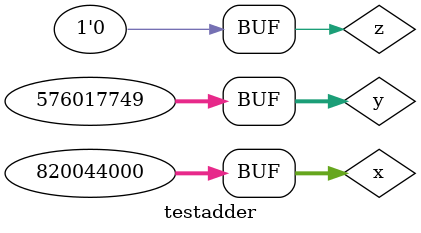
<source format=v>
module decoder(out, x, y, z);
	input x, y, z;
	output [7:0] out;
	wire [2:0] rev;
	
	not n1(rev[0], x);
	not n2(rev[1], y);
	not n3(rev[2], z);
	
	and a1(out[0], rev[0], rev[1], rev[2]);
	and a2(out[1], rev[0], rev[1], z);
	and a3(out[2], rev[0], y, rev[2]);
	and a4(out[3], rev[0], y, z);
	and a5(out[4], x, rev[1], rev[2]);
	and a6(out[5], x, rev[1], z);
	and a7(out[6], x, y, rev[2]);
	and a8(out[7], x, y, z);
endmodule

module fadder(sum, carry, x, y, z);
	input x, y, z;
	output sum, carry;
	wire [7:0] temp;
	
	decoder dec(temp, x, y, z);
	
	assign sum = temp[1] | temp[2] | temp[4] | temp[7];
	assign carry = temp[3] | temp[5] | temp[6] | temp[7];
endmodule

module adder8(sum, carry, a, b, cin);
	input [7:0] a, b;
	input cin;
	output [7:0] sum;
	output carry;
	wire [6:0] c;
	
	fadder f1(sum[0], c[0], a[0], b[0], cin);
	fadder f2(sum[1], c[1], a[1], b[1], c[0]);
	fadder f3(sum[2], c[2], a[2], b[2], c[1]);
	fadder f4(sum[3], c[3], a[3], b[3], c[2]);
	fadder f5(sum[4], c[4], a[4], b[4], c[3]);
	fadder f6(sum[5], c[5], a[5], b[5], c[4]);
	fadder f7(sum[6], c[6], a[6], b[6], c[5]);
	fadder f8(sum[7], carry, a[7], b[7], c[6]);
endmodule

module adder32(sum, carry, a, b, cin);
	input [31:0] a, b;
	input cin;
	output [31:0] sum;
	output carry;
	wire [2:0] c;
	
	adder8 f1(sum[7:0], c[0], a[7:0], b[7:0], cin);
	adder8 f2(sum[15:8], c[1], a[15:8], b[15:8], c[0]);
	adder8 f3(sum[23:16], c[2], a[23:16], b[23:16], c[1]);
	adder8 f4(sum[31:24], carry, a[31:24], b[31:24], c[2]);
endmodule

module testadder;
	reg [31:0] x, y;
	reg z;
	wire [31:0] sum;
	wire carry;
	
	adder32 a(sum, carry, x, y, z);
	
	initial 
		begin
		$monitor("x=%b, y=%b, z=%b, sum=%b, carry=%b", x, y, z, sum, carry);
		#0 x=32'b00110000111000001110000011100000; y=32'b00100010010101010101010101010101; z=1'b0;
		/*#5 x=8'b11100000; y=8'b00010000; z=1'b0;
		#5 x=8'b01001011; y=8'b01010101; z=1'b0;
		#5 x=8'b10000000; y=8'b01000001; z=1'b0;
		#5 x=8'b10010001; y=8'b01000010; z=1'b0;
		#5 x=8'b00110001; y=8'b00000000; z=1'b0;
		#5 x=8'b01000001; y=8'b01010001; z=1'b0;
		#5 x=8'b00100001; y=8'b11100101; z=1'b0;*/
	end
endmodule
</source>
